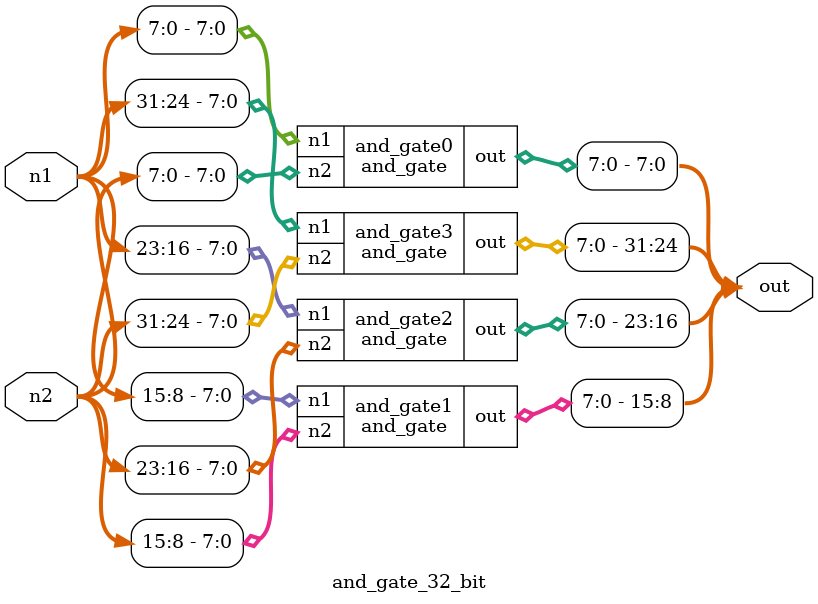
<source format=v>
module and_gate (
    input [7:0] n1,
    input [7:0] n2,
    output [7:0] out
);

    and and0 (out[0], n1[0], n2[0]);
    and and1 (out[1], n1[1], n2[1]);
    and and2 (out[2], n1[2], n2[2]);
    and and3 (out[3], n1[3], n2[3]);
    and and4 (out[4], n1[4], n2[4]);
    and and5 (out[5], n1[5], n2[5]);
    and and6 (out[6], n1[6], n2[6]);
    and and7 (out[7], n1[7], n2[7]);

endmodule

module and_gate_32_bit (
    input [31:0] n1,
    input [31:0] n2,
    output [31:0] out
);

    and_gate and_gate0 (.n1(n1[7:0]),.n2(n2[7:0]),.out(out[7:0]));
    and_gate and_gate1 (.n1(n1[15:8]),.n2(n2[15:8]),.out(out[15:8]));
    and_gate and_gate2 (.n1(n1[23:16]),.n2(n2[23:16]),.out(out[23:16]));
    and_gate and_gate3 (.n1(n1[31:24]),.n2(n2[31:24]),.out(out[31:24]));
    
endmodule

</source>
